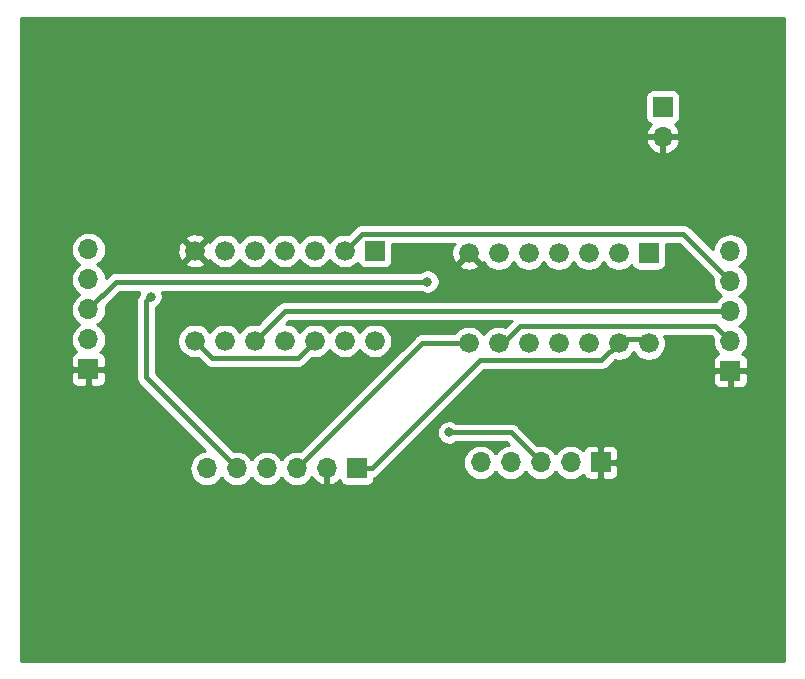
<source format=gbr>
G04 #@! TF.GenerationSoftware,KiCad,Pcbnew,(5.1.0)-1*
G04 #@! TF.CreationDate,2019-05-22T20:45:13-07:00*
G04 #@! TF.ProjectId,CC_Interconnect,43435f49-6e74-4657-9263-6f6e6e656374,rev?*
G04 #@! TF.SameCoordinates,Original*
G04 #@! TF.FileFunction,Copper,L2,Bot*
G04 #@! TF.FilePolarity,Positive*
%FSLAX46Y46*%
G04 Gerber Fmt 4.6, Leading zero omitted, Abs format (unit mm)*
G04 Created by KiCad (PCBNEW (5.1.0)-1) date 2019-05-22 20:45:13*
%MOMM*%
%LPD*%
G04 APERTURE LIST*
%ADD10R,1.676400X1.676400*%
%ADD11C,1.676400*%
%ADD12O,1.700000X1.700000*%
%ADD13R,1.700000X1.700000*%
%ADD14C,0.800000*%
%ADD15C,0.406400*%
%ADD16C,0.254000*%
G04 APERTURE END LIST*
D10*
X117030500Y-73787000D03*
D11*
X114490500Y-73787000D03*
X111950500Y-73787000D03*
X109410500Y-73787000D03*
X106870500Y-73787000D03*
X104330500Y-73787000D03*
X101790500Y-73787000D03*
X101790500Y-81407000D03*
X104330500Y-81407000D03*
X106870500Y-81407000D03*
X109410500Y-81407000D03*
X111950500Y-81407000D03*
X114490500Y-81407000D03*
X117030500Y-81407000D03*
X140208000Y-81597500D03*
X137668000Y-81597500D03*
X135128000Y-81597500D03*
X132588000Y-81597500D03*
X130048000Y-81597500D03*
X127508000Y-81597500D03*
X124968000Y-81597500D03*
X124968000Y-73977500D03*
X127508000Y-73977500D03*
X130048000Y-73977500D03*
X132588000Y-73977500D03*
X135128000Y-73977500D03*
X137668000Y-73977500D03*
D10*
X140208000Y-73977500D03*
D12*
X102806500Y-92202000D03*
X105346500Y-92202000D03*
X107886500Y-92202000D03*
X110426500Y-92202000D03*
X112966500Y-92202000D03*
D13*
X115506500Y-92202000D03*
X136144000Y-91694000D03*
D12*
X133604000Y-91694000D03*
X131064000Y-91694000D03*
X128524000Y-91694000D03*
X125984000Y-91694000D03*
D13*
X147129500Y-83947000D03*
D12*
X147129500Y-81407000D03*
X147129500Y-78867000D03*
X147129500Y-76327000D03*
X147129500Y-73787000D03*
X92773500Y-73660000D03*
X92773500Y-76200000D03*
X92773500Y-78740000D03*
X92773500Y-81280000D03*
D13*
X92773500Y-83820000D03*
X141414500Y-61595000D03*
D12*
X141414500Y-64135000D03*
D14*
X123317000Y-89154000D03*
X121475500Y-76390500D03*
X98044000Y-77660500D03*
D15*
X128524000Y-89154000D02*
X131064000Y-91694000D01*
X123317000Y-89154000D02*
X128524000Y-89154000D01*
X146279501Y-80557001D02*
X147129500Y-81407000D01*
X145872199Y-80149699D02*
X146279501Y-80557001D01*
X129353055Y-80149699D02*
X145872199Y-80149699D01*
X127905254Y-81597500D02*
X129353055Y-80149699D01*
X127508000Y-81597500D02*
X127905254Y-81597500D01*
X109410500Y-78867000D02*
X106870500Y-81407000D01*
X147129500Y-78867000D02*
X109410500Y-78867000D01*
X146279501Y-75477001D02*
X147129500Y-76327000D01*
X143141699Y-72339199D02*
X146279501Y-75477001D01*
X115938301Y-72339199D02*
X143141699Y-72339199D01*
X114490500Y-73787000D02*
X115938301Y-72339199D01*
X95123000Y-76390500D02*
X92773500Y-78740000D01*
X121475500Y-76390500D02*
X95123000Y-76390500D01*
X139700000Y-81280000D02*
X137160000Y-81280000D01*
X116762900Y-92202000D02*
X115506500Y-92202000D01*
X125919599Y-83045301D02*
X116762900Y-92202000D01*
X136220199Y-83045301D02*
X125919599Y-83045301D01*
X137668000Y-81597500D02*
X136220199Y-83045301D01*
X121031000Y-81597500D02*
X110426500Y-92202000D01*
X124968000Y-81597500D02*
X121031000Y-81597500D01*
X102628699Y-82245199D02*
X101790500Y-81407000D01*
X103238301Y-82854801D02*
X102628699Y-82245199D01*
X110502699Y-82854801D02*
X103238301Y-82854801D01*
X111950500Y-81407000D02*
X110502699Y-82854801D01*
X104496501Y-91352001D02*
X105346500Y-92202000D01*
X97644001Y-84499501D02*
X104496501Y-91352001D01*
X97644001Y-78060499D02*
X97644001Y-84499501D01*
X98044000Y-77660500D02*
X97644001Y-78060499D01*
D16*
G36*
X151715001Y-108535000D02*
G01*
X87045000Y-108535000D01*
X87045000Y-84670000D01*
X91285428Y-84670000D01*
X91297688Y-84794482D01*
X91333998Y-84914180D01*
X91392963Y-85024494D01*
X91472315Y-85121185D01*
X91569006Y-85200537D01*
X91679320Y-85259502D01*
X91799018Y-85295812D01*
X91923500Y-85308072D01*
X92487750Y-85305000D01*
X92646500Y-85146250D01*
X92646500Y-83947000D01*
X92900500Y-83947000D01*
X92900500Y-85146250D01*
X93059250Y-85305000D01*
X93623500Y-85308072D01*
X93747982Y-85295812D01*
X93867680Y-85259502D01*
X93977994Y-85200537D01*
X94074685Y-85121185D01*
X94154037Y-85024494D01*
X94213002Y-84914180D01*
X94249312Y-84794482D01*
X94261572Y-84670000D01*
X94258500Y-84105750D01*
X94099750Y-83947000D01*
X92900500Y-83947000D01*
X92646500Y-83947000D01*
X91447250Y-83947000D01*
X91288500Y-84105750D01*
X91285428Y-84670000D01*
X87045000Y-84670000D01*
X87045000Y-73660000D01*
X91281315Y-73660000D01*
X91309987Y-73951111D01*
X91394901Y-74231034D01*
X91532794Y-74489014D01*
X91718366Y-74715134D01*
X91944486Y-74900706D01*
X91999291Y-74930000D01*
X91944486Y-74959294D01*
X91718366Y-75144866D01*
X91532794Y-75370986D01*
X91394901Y-75628966D01*
X91309987Y-75908889D01*
X91281315Y-76200000D01*
X91309987Y-76491111D01*
X91394901Y-76771034D01*
X91532794Y-77029014D01*
X91718366Y-77255134D01*
X91944486Y-77440706D01*
X91999291Y-77470000D01*
X91944486Y-77499294D01*
X91718366Y-77684866D01*
X91532794Y-77910986D01*
X91394901Y-78168966D01*
X91309987Y-78448889D01*
X91281315Y-78740000D01*
X91309987Y-79031111D01*
X91394901Y-79311034D01*
X91532794Y-79569014D01*
X91718366Y-79795134D01*
X91944486Y-79980706D01*
X91999291Y-80010000D01*
X91944486Y-80039294D01*
X91718366Y-80224866D01*
X91532794Y-80450986D01*
X91394901Y-80708966D01*
X91309987Y-80988889D01*
X91281315Y-81280000D01*
X91309987Y-81571111D01*
X91394901Y-81851034D01*
X91532794Y-82109014D01*
X91718366Y-82335134D01*
X91748187Y-82359607D01*
X91679320Y-82380498D01*
X91569006Y-82439463D01*
X91472315Y-82518815D01*
X91392963Y-82615506D01*
X91333998Y-82725820D01*
X91297688Y-82845518D01*
X91285428Y-82970000D01*
X91288500Y-83534250D01*
X91447250Y-83693000D01*
X92646500Y-83693000D01*
X92646500Y-83673000D01*
X92900500Y-83673000D01*
X92900500Y-83693000D01*
X94099750Y-83693000D01*
X94258500Y-83534250D01*
X94261572Y-82970000D01*
X94249312Y-82845518D01*
X94213002Y-82725820D01*
X94154037Y-82615506D01*
X94074685Y-82518815D01*
X93977994Y-82439463D01*
X93867680Y-82380498D01*
X93798813Y-82359607D01*
X93828634Y-82335134D01*
X94014206Y-82109014D01*
X94152099Y-81851034D01*
X94237013Y-81571111D01*
X94265685Y-81280000D01*
X94237013Y-80988889D01*
X94152099Y-80708966D01*
X94014206Y-80450986D01*
X93828634Y-80224866D01*
X93602514Y-80039294D01*
X93547709Y-80010000D01*
X93602514Y-79980706D01*
X93828634Y-79795134D01*
X94014206Y-79569014D01*
X94152099Y-79311034D01*
X94237013Y-79031111D01*
X94265685Y-78740000D01*
X94238178Y-78460716D01*
X95470194Y-77228700D01*
X97102582Y-77228700D01*
X97048774Y-77358602D01*
X97020965Y-77498410D01*
X96943692Y-77592568D01*
X96865859Y-77738183D01*
X96817930Y-77896184D01*
X96805801Y-78019330D01*
X96805801Y-78019336D01*
X96801747Y-78060499D01*
X96805801Y-78101662D01*
X96805802Y-84458328D01*
X96801747Y-84499501D01*
X96817930Y-84663816D01*
X96865859Y-84821817D01*
X96943692Y-84967432D01*
X97004216Y-85041180D01*
X97048438Y-85095065D01*
X97080414Y-85121307D01*
X102681257Y-90722150D01*
X102515389Y-90738487D01*
X102235466Y-90823401D01*
X101977486Y-90961294D01*
X101751366Y-91146866D01*
X101565794Y-91372986D01*
X101427901Y-91630966D01*
X101342987Y-91910889D01*
X101314315Y-92202000D01*
X101342987Y-92493111D01*
X101427901Y-92773034D01*
X101565794Y-93031014D01*
X101751366Y-93257134D01*
X101977486Y-93442706D01*
X102235466Y-93580599D01*
X102515389Y-93665513D01*
X102733550Y-93687000D01*
X102879450Y-93687000D01*
X103097611Y-93665513D01*
X103377534Y-93580599D01*
X103635514Y-93442706D01*
X103861634Y-93257134D01*
X104047206Y-93031014D01*
X104076500Y-92976209D01*
X104105794Y-93031014D01*
X104291366Y-93257134D01*
X104517486Y-93442706D01*
X104775466Y-93580599D01*
X105055389Y-93665513D01*
X105273550Y-93687000D01*
X105419450Y-93687000D01*
X105637611Y-93665513D01*
X105917534Y-93580599D01*
X106175514Y-93442706D01*
X106401634Y-93257134D01*
X106587206Y-93031014D01*
X106616500Y-92976209D01*
X106645794Y-93031014D01*
X106831366Y-93257134D01*
X107057486Y-93442706D01*
X107315466Y-93580599D01*
X107595389Y-93665513D01*
X107813550Y-93687000D01*
X107959450Y-93687000D01*
X108177611Y-93665513D01*
X108457534Y-93580599D01*
X108715514Y-93442706D01*
X108941634Y-93257134D01*
X109127206Y-93031014D01*
X109156500Y-92976209D01*
X109185794Y-93031014D01*
X109371366Y-93257134D01*
X109597486Y-93442706D01*
X109855466Y-93580599D01*
X110135389Y-93665513D01*
X110353550Y-93687000D01*
X110499450Y-93687000D01*
X110717611Y-93665513D01*
X110997534Y-93580599D01*
X111255514Y-93442706D01*
X111481634Y-93257134D01*
X111667206Y-93031014D01*
X111701701Y-92966477D01*
X111771322Y-93083355D01*
X111966231Y-93299588D01*
X112199580Y-93473641D01*
X112462401Y-93598825D01*
X112609610Y-93643476D01*
X112839500Y-93522155D01*
X112839500Y-92329000D01*
X112819500Y-92329000D01*
X112819500Y-92075000D01*
X112839500Y-92075000D01*
X112839500Y-92055000D01*
X113093500Y-92055000D01*
X113093500Y-92075000D01*
X113113500Y-92075000D01*
X113113500Y-92329000D01*
X113093500Y-92329000D01*
X113093500Y-93522155D01*
X113323390Y-93643476D01*
X113470599Y-93598825D01*
X113733420Y-93473641D01*
X113966769Y-93299588D01*
X114042534Y-93215534D01*
X114066998Y-93296180D01*
X114125963Y-93406494D01*
X114205315Y-93503185D01*
X114302006Y-93582537D01*
X114412320Y-93641502D01*
X114532018Y-93677812D01*
X114656500Y-93690072D01*
X116356500Y-93690072D01*
X116480982Y-93677812D01*
X116600680Y-93641502D01*
X116710994Y-93582537D01*
X116807685Y-93503185D01*
X116887037Y-93406494D01*
X116946002Y-93296180D01*
X116982312Y-93176482D01*
X116994572Y-93052000D01*
X116994572Y-93007639D01*
X117085217Y-92980142D01*
X117230832Y-92902309D01*
X117358464Y-92797564D01*
X117384711Y-92765582D01*
X121098232Y-89052061D01*
X122282000Y-89052061D01*
X122282000Y-89255939D01*
X122321774Y-89455898D01*
X122399795Y-89644256D01*
X122513063Y-89813774D01*
X122657226Y-89957937D01*
X122826744Y-90071205D01*
X123015102Y-90149226D01*
X123215061Y-90189000D01*
X123418939Y-90189000D01*
X123618898Y-90149226D01*
X123807256Y-90071205D01*
X123925496Y-89992200D01*
X128176807Y-89992200D01*
X128398757Y-90214150D01*
X128232889Y-90230487D01*
X127952966Y-90315401D01*
X127694986Y-90453294D01*
X127468866Y-90638866D01*
X127283294Y-90864986D01*
X127254000Y-90919791D01*
X127224706Y-90864986D01*
X127039134Y-90638866D01*
X126813014Y-90453294D01*
X126555034Y-90315401D01*
X126275111Y-90230487D01*
X126056950Y-90209000D01*
X125911050Y-90209000D01*
X125692889Y-90230487D01*
X125412966Y-90315401D01*
X125154986Y-90453294D01*
X124928866Y-90638866D01*
X124743294Y-90864986D01*
X124605401Y-91122966D01*
X124520487Y-91402889D01*
X124491815Y-91694000D01*
X124520487Y-91985111D01*
X124605401Y-92265034D01*
X124743294Y-92523014D01*
X124928866Y-92749134D01*
X125154986Y-92934706D01*
X125412966Y-93072599D01*
X125692889Y-93157513D01*
X125911050Y-93179000D01*
X126056950Y-93179000D01*
X126275111Y-93157513D01*
X126555034Y-93072599D01*
X126813014Y-92934706D01*
X127039134Y-92749134D01*
X127224706Y-92523014D01*
X127254000Y-92468209D01*
X127283294Y-92523014D01*
X127468866Y-92749134D01*
X127694986Y-92934706D01*
X127952966Y-93072599D01*
X128232889Y-93157513D01*
X128451050Y-93179000D01*
X128596950Y-93179000D01*
X128815111Y-93157513D01*
X129095034Y-93072599D01*
X129353014Y-92934706D01*
X129579134Y-92749134D01*
X129764706Y-92523014D01*
X129794000Y-92468209D01*
X129823294Y-92523014D01*
X130008866Y-92749134D01*
X130234986Y-92934706D01*
X130492966Y-93072599D01*
X130772889Y-93157513D01*
X130991050Y-93179000D01*
X131136950Y-93179000D01*
X131355111Y-93157513D01*
X131635034Y-93072599D01*
X131893014Y-92934706D01*
X132119134Y-92749134D01*
X132304706Y-92523014D01*
X132334000Y-92468209D01*
X132363294Y-92523014D01*
X132548866Y-92749134D01*
X132774986Y-92934706D01*
X133032966Y-93072599D01*
X133312889Y-93157513D01*
X133531050Y-93179000D01*
X133676950Y-93179000D01*
X133895111Y-93157513D01*
X134175034Y-93072599D01*
X134433014Y-92934706D01*
X134659134Y-92749134D01*
X134683607Y-92719313D01*
X134704498Y-92788180D01*
X134763463Y-92898494D01*
X134842815Y-92995185D01*
X134939506Y-93074537D01*
X135049820Y-93133502D01*
X135169518Y-93169812D01*
X135294000Y-93182072D01*
X135858250Y-93179000D01*
X136017000Y-93020250D01*
X136017000Y-91821000D01*
X136271000Y-91821000D01*
X136271000Y-93020250D01*
X136429750Y-93179000D01*
X136994000Y-93182072D01*
X137118482Y-93169812D01*
X137238180Y-93133502D01*
X137348494Y-93074537D01*
X137445185Y-92995185D01*
X137524537Y-92898494D01*
X137583502Y-92788180D01*
X137619812Y-92668482D01*
X137632072Y-92544000D01*
X137629000Y-91979750D01*
X137470250Y-91821000D01*
X136271000Y-91821000D01*
X136017000Y-91821000D01*
X135997000Y-91821000D01*
X135997000Y-91567000D01*
X136017000Y-91567000D01*
X136017000Y-90367750D01*
X136271000Y-90367750D01*
X136271000Y-91567000D01*
X137470250Y-91567000D01*
X137629000Y-91408250D01*
X137632072Y-90844000D01*
X137619812Y-90719518D01*
X137583502Y-90599820D01*
X137524537Y-90489506D01*
X137445185Y-90392815D01*
X137348494Y-90313463D01*
X137238180Y-90254498D01*
X137118482Y-90218188D01*
X136994000Y-90205928D01*
X136429750Y-90209000D01*
X136271000Y-90367750D01*
X136017000Y-90367750D01*
X135858250Y-90209000D01*
X135294000Y-90205928D01*
X135169518Y-90218188D01*
X135049820Y-90254498D01*
X134939506Y-90313463D01*
X134842815Y-90392815D01*
X134763463Y-90489506D01*
X134704498Y-90599820D01*
X134683607Y-90668687D01*
X134659134Y-90638866D01*
X134433014Y-90453294D01*
X134175034Y-90315401D01*
X133895111Y-90230487D01*
X133676950Y-90209000D01*
X133531050Y-90209000D01*
X133312889Y-90230487D01*
X133032966Y-90315401D01*
X132774986Y-90453294D01*
X132548866Y-90638866D01*
X132363294Y-90864986D01*
X132334000Y-90919791D01*
X132304706Y-90864986D01*
X132119134Y-90638866D01*
X131893014Y-90453294D01*
X131635034Y-90315401D01*
X131355111Y-90230487D01*
X131136950Y-90209000D01*
X130991050Y-90209000D01*
X130784716Y-90229322D01*
X129145811Y-88590418D01*
X129119564Y-88558436D01*
X128991932Y-88453691D01*
X128846317Y-88375858D01*
X128688316Y-88327929D01*
X128565170Y-88315800D01*
X128565163Y-88315800D01*
X128524000Y-88311746D01*
X128482837Y-88315800D01*
X123925496Y-88315800D01*
X123807256Y-88236795D01*
X123618898Y-88158774D01*
X123418939Y-88119000D01*
X123215061Y-88119000D01*
X123015102Y-88158774D01*
X122826744Y-88236795D01*
X122657226Y-88350063D01*
X122513063Y-88494226D01*
X122399795Y-88663744D01*
X122321774Y-88852102D01*
X122282000Y-89052061D01*
X121098232Y-89052061D01*
X125353293Y-84797000D01*
X145641428Y-84797000D01*
X145653688Y-84921482D01*
X145689998Y-85041180D01*
X145748963Y-85151494D01*
X145828315Y-85248185D01*
X145925006Y-85327537D01*
X146035320Y-85386502D01*
X146155018Y-85422812D01*
X146279500Y-85435072D01*
X146843750Y-85432000D01*
X147002500Y-85273250D01*
X147002500Y-84074000D01*
X147256500Y-84074000D01*
X147256500Y-85273250D01*
X147415250Y-85432000D01*
X147979500Y-85435072D01*
X148103982Y-85422812D01*
X148223680Y-85386502D01*
X148333994Y-85327537D01*
X148430685Y-85248185D01*
X148510037Y-85151494D01*
X148569002Y-85041180D01*
X148605312Y-84921482D01*
X148617572Y-84797000D01*
X148614500Y-84232750D01*
X148455750Y-84074000D01*
X147256500Y-84074000D01*
X147002500Y-84074000D01*
X145803250Y-84074000D01*
X145644500Y-84232750D01*
X145641428Y-84797000D01*
X125353293Y-84797000D01*
X126266793Y-83883501D01*
X136179036Y-83883501D01*
X136220199Y-83887555D01*
X136261362Y-83883501D01*
X136261369Y-83883501D01*
X136384515Y-83871372D01*
X136542516Y-83823443D01*
X136688131Y-83745610D01*
X136815763Y-83640865D01*
X136842010Y-83608883D01*
X137403870Y-83047023D01*
X137522902Y-83070700D01*
X137813098Y-83070700D01*
X138097717Y-83014086D01*
X138365822Y-82903033D01*
X138607110Y-82741809D01*
X138812309Y-82536610D01*
X138938000Y-82348501D01*
X139063691Y-82536610D01*
X139268890Y-82741809D01*
X139510178Y-82903033D01*
X139778283Y-83014086D01*
X140062902Y-83070700D01*
X140353098Y-83070700D01*
X140637717Y-83014086D01*
X140905822Y-82903033D01*
X141147110Y-82741809D01*
X141352309Y-82536610D01*
X141513533Y-82295322D01*
X141624586Y-82027217D01*
X141681200Y-81742598D01*
X141681200Y-81452402D01*
X141624586Y-81167783D01*
X141550075Y-80987899D01*
X145525006Y-80987899D01*
X145664822Y-81127715D01*
X145637315Y-81407000D01*
X145665987Y-81698111D01*
X145750901Y-81978034D01*
X145888794Y-82236014D01*
X146074366Y-82462134D01*
X146104187Y-82486607D01*
X146035320Y-82507498D01*
X145925006Y-82566463D01*
X145828315Y-82645815D01*
X145748963Y-82742506D01*
X145689998Y-82852820D01*
X145653688Y-82972518D01*
X145641428Y-83097000D01*
X145644500Y-83661250D01*
X145803250Y-83820000D01*
X147002500Y-83820000D01*
X147002500Y-83800000D01*
X147256500Y-83800000D01*
X147256500Y-83820000D01*
X148455750Y-83820000D01*
X148614500Y-83661250D01*
X148617572Y-83097000D01*
X148605312Y-82972518D01*
X148569002Y-82852820D01*
X148510037Y-82742506D01*
X148430685Y-82645815D01*
X148333994Y-82566463D01*
X148223680Y-82507498D01*
X148154813Y-82486607D01*
X148184634Y-82462134D01*
X148370206Y-82236014D01*
X148508099Y-81978034D01*
X148593013Y-81698111D01*
X148621685Y-81407000D01*
X148593013Y-81115889D01*
X148508099Y-80835966D01*
X148370206Y-80577986D01*
X148184634Y-80351866D01*
X147958514Y-80166294D01*
X147903709Y-80137000D01*
X147958514Y-80107706D01*
X148184634Y-79922134D01*
X148370206Y-79696014D01*
X148508099Y-79438034D01*
X148593013Y-79158111D01*
X148621685Y-78867000D01*
X148593013Y-78575889D01*
X148508099Y-78295966D01*
X148370206Y-78037986D01*
X148184634Y-77811866D01*
X147958514Y-77626294D01*
X147903709Y-77597000D01*
X147958514Y-77567706D01*
X148184634Y-77382134D01*
X148370206Y-77156014D01*
X148508099Y-76898034D01*
X148593013Y-76618111D01*
X148621685Y-76327000D01*
X148593013Y-76035889D01*
X148508099Y-75755966D01*
X148370206Y-75497986D01*
X148184634Y-75271866D01*
X147958514Y-75086294D01*
X147903709Y-75057000D01*
X147958514Y-75027706D01*
X148184634Y-74842134D01*
X148370206Y-74616014D01*
X148508099Y-74358034D01*
X148593013Y-74078111D01*
X148621685Y-73787000D01*
X148593013Y-73495889D01*
X148508099Y-73215966D01*
X148370206Y-72957986D01*
X148184634Y-72731866D01*
X147958514Y-72546294D01*
X147700534Y-72408401D01*
X147420611Y-72323487D01*
X147202450Y-72302000D01*
X147056550Y-72302000D01*
X146838389Y-72323487D01*
X146558466Y-72408401D01*
X146300486Y-72546294D01*
X146074366Y-72731866D01*
X145888794Y-72957986D01*
X145750901Y-73215966D01*
X145665987Y-73495889D01*
X145649650Y-73661757D01*
X143763510Y-71775617D01*
X143737263Y-71743635D01*
X143609631Y-71638890D01*
X143464016Y-71561057D01*
X143306015Y-71513128D01*
X143182869Y-71500999D01*
X143182862Y-71500999D01*
X143141699Y-71496945D01*
X143100536Y-71500999D01*
X115979464Y-71500999D01*
X115938301Y-71496945D01*
X115897138Y-71500999D01*
X115897131Y-71500999D01*
X115773985Y-71513128D01*
X115615984Y-71561057D01*
X115470369Y-71638890D01*
X115342737Y-71743635D01*
X115316495Y-71775612D01*
X114754630Y-72337477D01*
X114635598Y-72313800D01*
X114345402Y-72313800D01*
X114060783Y-72370414D01*
X113792678Y-72481467D01*
X113551390Y-72642691D01*
X113346191Y-72847890D01*
X113220500Y-73035999D01*
X113094809Y-72847890D01*
X112889610Y-72642691D01*
X112648322Y-72481467D01*
X112380217Y-72370414D01*
X112095598Y-72313800D01*
X111805402Y-72313800D01*
X111520783Y-72370414D01*
X111252678Y-72481467D01*
X111011390Y-72642691D01*
X110806191Y-72847890D01*
X110680500Y-73035999D01*
X110554809Y-72847890D01*
X110349610Y-72642691D01*
X110108322Y-72481467D01*
X109840217Y-72370414D01*
X109555598Y-72313800D01*
X109265402Y-72313800D01*
X108980783Y-72370414D01*
X108712678Y-72481467D01*
X108471390Y-72642691D01*
X108266191Y-72847890D01*
X108140500Y-73035999D01*
X108014809Y-72847890D01*
X107809610Y-72642691D01*
X107568322Y-72481467D01*
X107300217Y-72370414D01*
X107015598Y-72313800D01*
X106725402Y-72313800D01*
X106440783Y-72370414D01*
X106172678Y-72481467D01*
X105931390Y-72642691D01*
X105726191Y-72847890D01*
X105600500Y-73035999D01*
X105474809Y-72847890D01*
X105269610Y-72642691D01*
X105028322Y-72481467D01*
X104760217Y-72370414D01*
X104475598Y-72313800D01*
X104185402Y-72313800D01*
X103900783Y-72370414D01*
X103632678Y-72481467D01*
X103391390Y-72642691D01*
X103186191Y-72847890D01*
X103063211Y-73031943D01*
X103058344Y-73022838D01*
X102810475Y-72946630D01*
X101970105Y-73787000D01*
X102810475Y-74627370D01*
X103058344Y-74551162D01*
X103062899Y-74541592D01*
X103186191Y-74726110D01*
X103391390Y-74931309D01*
X103632678Y-75092533D01*
X103900783Y-75203586D01*
X104185402Y-75260200D01*
X104475598Y-75260200D01*
X104760217Y-75203586D01*
X105028322Y-75092533D01*
X105269610Y-74931309D01*
X105474809Y-74726110D01*
X105600500Y-74538001D01*
X105726191Y-74726110D01*
X105931390Y-74931309D01*
X106172678Y-75092533D01*
X106440783Y-75203586D01*
X106725402Y-75260200D01*
X107015598Y-75260200D01*
X107300217Y-75203586D01*
X107568322Y-75092533D01*
X107809610Y-74931309D01*
X108014809Y-74726110D01*
X108140500Y-74538001D01*
X108266191Y-74726110D01*
X108471390Y-74931309D01*
X108712678Y-75092533D01*
X108980783Y-75203586D01*
X109265402Y-75260200D01*
X109555598Y-75260200D01*
X109840217Y-75203586D01*
X110108322Y-75092533D01*
X110349610Y-74931309D01*
X110554809Y-74726110D01*
X110680500Y-74538001D01*
X110806191Y-74726110D01*
X111011390Y-74931309D01*
X111252678Y-75092533D01*
X111520783Y-75203586D01*
X111805402Y-75260200D01*
X112095598Y-75260200D01*
X112380217Y-75203586D01*
X112648322Y-75092533D01*
X112889610Y-74931309D01*
X113094809Y-74726110D01*
X113220500Y-74538001D01*
X113346191Y-74726110D01*
X113551390Y-74931309D01*
X113792678Y-75092533D01*
X114060783Y-75203586D01*
X114345402Y-75260200D01*
X114635598Y-75260200D01*
X114920217Y-75203586D01*
X115188322Y-75092533D01*
X115429610Y-74931309D01*
X115576903Y-74784016D01*
X115602798Y-74869380D01*
X115661763Y-74979694D01*
X115741115Y-75076385D01*
X115837806Y-75155737D01*
X115948120Y-75214702D01*
X116067818Y-75251012D01*
X116192300Y-75263272D01*
X117868700Y-75263272D01*
X117993182Y-75251012D01*
X118112880Y-75214702D01*
X118223194Y-75155737D01*
X118319885Y-75076385D01*
X118384644Y-74997475D01*
X124127630Y-74997475D01*
X124203838Y-75245344D01*
X124465865Y-75370063D01*
X124747189Y-75441268D01*
X125036999Y-75456219D01*
X125324157Y-75414345D01*
X125597628Y-75317254D01*
X125732162Y-75245344D01*
X125808370Y-74997475D01*
X124968000Y-74157105D01*
X124127630Y-74997475D01*
X118384644Y-74997475D01*
X118399237Y-74979694D01*
X118458202Y-74869380D01*
X118494512Y-74749682D01*
X118506772Y-74625200D01*
X118506772Y-73177399D01*
X123817049Y-73177399D01*
X123700156Y-73213338D01*
X123575437Y-73475365D01*
X123504232Y-73756689D01*
X123489281Y-74046499D01*
X123531155Y-74333657D01*
X123628246Y-74607128D01*
X123700156Y-74741662D01*
X123948025Y-74817870D01*
X124788395Y-73977500D01*
X124774253Y-73963358D01*
X124953858Y-73783753D01*
X124968000Y-73797895D01*
X124982143Y-73783753D01*
X125161748Y-73963358D01*
X125147605Y-73977500D01*
X125987975Y-74817870D01*
X126235844Y-74741662D01*
X126240399Y-74732092D01*
X126363691Y-74916610D01*
X126568890Y-75121809D01*
X126810178Y-75283033D01*
X127078283Y-75394086D01*
X127362902Y-75450700D01*
X127653098Y-75450700D01*
X127937717Y-75394086D01*
X128205822Y-75283033D01*
X128447110Y-75121809D01*
X128652309Y-74916610D01*
X128778000Y-74728501D01*
X128903691Y-74916610D01*
X129108890Y-75121809D01*
X129350178Y-75283033D01*
X129618283Y-75394086D01*
X129902902Y-75450700D01*
X130193098Y-75450700D01*
X130477717Y-75394086D01*
X130745822Y-75283033D01*
X130987110Y-75121809D01*
X131192309Y-74916610D01*
X131318000Y-74728501D01*
X131443691Y-74916610D01*
X131648890Y-75121809D01*
X131890178Y-75283033D01*
X132158283Y-75394086D01*
X132442902Y-75450700D01*
X132733098Y-75450700D01*
X133017717Y-75394086D01*
X133285822Y-75283033D01*
X133527110Y-75121809D01*
X133732309Y-74916610D01*
X133858000Y-74728501D01*
X133983691Y-74916610D01*
X134188890Y-75121809D01*
X134430178Y-75283033D01*
X134698283Y-75394086D01*
X134982902Y-75450700D01*
X135273098Y-75450700D01*
X135557717Y-75394086D01*
X135825822Y-75283033D01*
X136067110Y-75121809D01*
X136272309Y-74916610D01*
X136398000Y-74728501D01*
X136523691Y-74916610D01*
X136728890Y-75121809D01*
X136970178Y-75283033D01*
X137238283Y-75394086D01*
X137522902Y-75450700D01*
X137813098Y-75450700D01*
X138097717Y-75394086D01*
X138365822Y-75283033D01*
X138607110Y-75121809D01*
X138754403Y-74974516D01*
X138780298Y-75059880D01*
X138839263Y-75170194D01*
X138918615Y-75266885D01*
X139015306Y-75346237D01*
X139125620Y-75405202D01*
X139245318Y-75441512D01*
X139369800Y-75453772D01*
X141046200Y-75453772D01*
X141170682Y-75441512D01*
X141290380Y-75405202D01*
X141400694Y-75346237D01*
X141497385Y-75266885D01*
X141576737Y-75170194D01*
X141635702Y-75059880D01*
X141672012Y-74940182D01*
X141684272Y-74815700D01*
X141684272Y-73177399D01*
X142794506Y-73177399D01*
X145664822Y-76047716D01*
X145637315Y-76327000D01*
X145665987Y-76618111D01*
X145750901Y-76898034D01*
X145888794Y-77156014D01*
X146074366Y-77382134D01*
X146300486Y-77567706D01*
X146355291Y-77597000D01*
X146300486Y-77626294D01*
X146074366Y-77811866D01*
X145896333Y-78028800D01*
X109451659Y-78028800D01*
X109410499Y-78024746D01*
X109369339Y-78028800D01*
X109369330Y-78028800D01*
X109246184Y-78040929D01*
X109088183Y-78088858D01*
X108942568Y-78166691D01*
X108814936Y-78271436D01*
X108788694Y-78303412D01*
X107134630Y-79957477D01*
X107015598Y-79933800D01*
X106725402Y-79933800D01*
X106440783Y-79990414D01*
X106172678Y-80101467D01*
X105931390Y-80262691D01*
X105726191Y-80467890D01*
X105600500Y-80655999D01*
X105474809Y-80467890D01*
X105269610Y-80262691D01*
X105028322Y-80101467D01*
X104760217Y-79990414D01*
X104475598Y-79933800D01*
X104185402Y-79933800D01*
X103900783Y-79990414D01*
X103632678Y-80101467D01*
X103391390Y-80262691D01*
X103186191Y-80467890D01*
X103060500Y-80655999D01*
X102934809Y-80467890D01*
X102729610Y-80262691D01*
X102488322Y-80101467D01*
X102220217Y-79990414D01*
X101935598Y-79933800D01*
X101645402Y-79933800D01*
X101360783Y-79990414D01*
X101092678Y-80101467D01*
X100851390Y-80262691D01*
X100646191Y-80467890D01*
X100484967Y-80709178D01*
X100373914Y-80977283D01*
X100317300Y-81261902D01*
X100317300Y-81552098D01*
X100373914Y-81836717D01*
X100484967Y-82104822D01*
X100646191Y-82346110D01*
X100851390Y-82551309D01*
X101092678Y-82712533D01*
X101360783Y-82823586D01*
X101645402Y-82880200D01*
X101935598Y-82880200D01*
X102054629Y-82856523D01*
X102065113Y-82867007D01*
X102065118Y-82867011D01*
X102616494Y-83418388D01*
X102642737Y-83450365D01*
X102674713Y-83476607D01*
X102674715Y-83476609D01*
X102719342Y-83513233D01*
X102770369Y-83555110D01*
X102915984Y-83632943D01*
X103073985Y-83680872D01*
X103197131Y-83693001D01*
X103197140Y-83693001D01*
X103238300Y-83697055D01*
X103279460Y-83693001D01*
X110461536Y-83693001D01*
X110502699Y-83697055D01*
X110543862Y-83693001D01*
X110543869Y-83693001D01*
X110667015Y-83680872D01*
X110825016Y-83632943D01*
X110970631Y-83555110D01*
X111098263Y-83450365D01*
X111124510Y-83418383D01*
X111686370Y-82856523D01*
X111805402Y-82880200D01*
X112095598Y-82880200D01*
X112380217Y-82823586D01*
X112648322Y-82712533D01*
X112889610Y-82551309D01*
X113094809Y-82346110D01*
X113220500Y-82158001D01*
X113346191Y-82346110D01*
X113551390Y-82551309D01*
X113792678Y-82712533D01*
X114060783Y-82823586D01*
X114345402Y-82880200D01*
X114635598Y-82880200D01*
X114920217Y-82823586D01*
X115188322Y-82712533D01*
X115429610Y-82551309D01*
X115634809Y-82346110D01*
X115760500Y-82158001D01*
X115886191Y-82346110D01*
X116091390Y-82551309D01*
X116332678Y-82712533D01*
X116600783Y-82823586D01*
X116885402Y-82880200D01*
X117175598Y-82880200D01*
X117460217Y-82823586D01*
X117728322Y-82712533D01*
X117969610Y-82551309D01*
X118174809Y-82346110D01*
X118336033Y-82104822D01*
X118447086Y-81836717D01*
X118503700Y-81552098D01*
X118503700Y-81261902D01*
X118447086Y-80977283D01*
X118336033Y-80709178D01*
X118174809Y-80467890D01*
X117969610Y-80262691D01*
X117728322Y-80101467D01*
X117460217Y-79990414D01*
X117175598Y-79933800D01*
X116885402Y-79933800D01*
X116600783Y-79990414D01*
X116332678Y-80101467D01*
X116091390Y-80262691D01*
X115886191Y-80467890D01*
X115760500Y-80655999D01*
X115634809Y-80467890D01*
X115429610Y-80262691D01*
X115188322Y-80101467D01*
X114920217Y-79990414D01*
X114635598Y-79933800D01*
X114345402Y-79933800D01*
X114060783Y-79990414D01*
X113792678Y-80101467D01*
X113551390Y-80262691D01*
X113346191Y-80467890D01*
X113220500Y-80655999D01*
X113094809Y-80467890D01*
X112889610Y-80262691D01*
X112648322Y-80101467D01*
X112380217Y-79990414D01*
X112095598Y-79933800D01*
X111805402Y-79933800D01*
X111520783Y-79990414D01*
X111252678Y-80101467D01*
X111011390Y-80262691D01*
X110806191Y-80467890D01*
X110680500Y-80655999D01*
X110554809Y-80467890D01*
X110349610Y-80262691D01*
X110108322Y-80101467D01*
X109840217Y-79990414D01*
X109555598Y-79933800D01*
X109529094Y-79933800D01*
X109757694Y-79705200D01*
X128612160Y-79705200D01*
X128078240Y-80239121D01*
X127937717Y-80180914D01*
X127653098Y-80124300D01*
X127362902Y-80124300D01*
X127078283Y-80180914D01*
X126810178Y-80291967D01*
X126568890Y-80453191D01*
X126363691Y-80658390D01*
X126238000Y-80846499D01*
X126112309Y-80658390D01*
X125907110Y-80453191D01*
X125665822Y-80291967D01*
X125397717Y-80180914D01*
X125113098Y-80124300D01*
X124822902Y-80124300D01*
X124538283Y-80180914D01*
X124270178Y-80291967D01*
X124028890Y-80453191D01*
X123823691Y-80658390D01*
X123756265Y-80759300D01*
X121072163Y-80759300D01*
X121031000Y-80755246D01*
X120989837Y-80759300D01*
X120989830Y-80759300D01*
X120866684Y-80771429D01*
X120708683Y-80819358D01*
X120563068Y-80897191D01*
X120512040Y-80939069D01*
X120435436Y-81001936D01*
X120409194Y-81033912D01*
X110705785Y-90737322D01*
X110499450Y-90717000D01*
X110353550Y-90717000D01*
X110135389Y-90738487D01*
X109855466Y-90823401D01*
X109597486Y-90961294D01*
X109371366Y-91146866D01*
X109185794Y-91372986D01*
X109156500Y-91427791D01*
X109127206Y-91372986D01*
X108941634Y-91146866D01*
X108715514Y-90961294D01*
X108457534Y-90823401D01*
X108177611Y-90738487D01*
X107959450Y-90717000D01*
X107813550Y-90717000D01*
X107595389Y-90738487D01*
X107315466Y-90823401D01*
X107057486Y-90961294D01*
X106831366Y-91146866D01*
X106645794Y-91372986D01*
X106616500Y-91427791D01*
X106587206Y-91372986D01*
X106401634Y-91146866D01*
X106175514Y-90961294D01*
X105917534Y-90823401D01*
X105637611Y-90738487D01*
X105419450Y-90717000D01*
X105273550Y-90717000D01*
X105067216Y-90737322D01*
X98482201Y-84152308D01*
X98482201Y-78599267D01*
X98534256Y-78577705D01*
X98703774Y-78464437D01*
X98847937Y-78320274D01*
X98961205Y-78150756D01*
X99039226Y-77962398D01*
X99079000Y-77762439D01*
X99079000Y-77558561D01*
X99039226Y-77358602D01*
X98985418Y-77228700D01*
X120867004Y-77228700D01*
X120985244Y-77307705D01*
X121173602Y-77385726D01*
X121373561Y-77425500D01*
X121577439Y-77425500D01*
X121777398Y-77385726D01*
X121965756Y-77307705D01*
X122135274Y-77194437D01*
X122279437Y-77050274D01*
X122392705Y-76880756D01*
X122470726Y-76692398D01*
X122510500Y-76492439D01*
X122510500Y-76288561D01*
X122470726Y-76088602D01*
X122392705Y-75900244D01*
X122279437Y-75730726D01*
X122135274Y-75586563D01*
X121965756Y-75473295D01*
X121777398Y-75395274D01*
X121577439Y-75355500D01*
X121373561Y-75355500D01*
X121173602Y-75395274D01*
X120985244Y-75473295D01*
X120867004Y-75552300D01*
X95164163Y-75552300D01*
X95123000Y-75548246D01*
X95081837Y-75552300D01*
X95081830Y-75552300D01*
X94958684Y-75564429D01*
X94800683Y-75612358D01*
X94655068Y-75690191D01*
X94565846Y-75763414D01*
X94527436Y-75794936D01*
X94501194Y-75826912D01*
X94253350Y-76074757D01*
X94237013Y-75908889D01*
X94152099Y-75628966D01*
X94014206Y-75370986D01*
X93828634Y-75144866D01*
X93602514Y-74959294D01*
X93547709Y-74930000D01*
X93602514Y-74900706D01*
X93716725Y-74806975D01*
X100950130Y-74806975D01*
X101026338Y-75054844D01*
X101288365Y-75179563D01*
X101569689Y-75250768D01*
X101859499Y-75265719D01*
X102146657Y-75223845D01*
X102420128Y-75126754D01*
X102554662Y-75054844D01*
X102630870Y-74806975D01*
X101790500Y-73966605D01*
X100950130Y-74806975D01*
X93716725Y-74806975D01*
X93828634Y-74715134D01*
X94014206Y-74489014D01*
X94152099Y-74231034D01*
X94237013Y-73951111D01*
X94246380Y-73855999D01*
X100311781Y-73855999D01*
X100353655Y-74143157D01*
X100450746Y-74416628D01*
X100522656Y-74551162D01*
X100770525Y-74627370D01*
X101610895Y-73787000D01*
X100770525Y-72946630D01*
X100522656Y-73022838D01*
X100397937Y-73284865D01*
X100326732Y-73566189D01*
X100311781Y-73855999D01*
X94246380Y-73855999D01*
X94265685Y-73660000D01*
X94237013Y-73368889D01*
X94152099Y-73088966D01*
X94014206Y-72830986D01*
X93961715Y-72767025D01*
X100950130Y-72767025D01*
X101790500Y-73607395D01*
X102630870Y-72767025D01*
X102554662Y-72519156D01*
X102292635Y-72394437D01*
X102011311Y-72323232D01*
X101721501Y-72308281D01*
X101434343Y-72350155D01*
X101160872Y-72447246D01*
X101026338Y-72519156D01*
X100950130Y-72767025D01*
X93961715Y-72767025D01*
X93828634Y-72604866D01*
X93602514Y-72419294D01*
X93344534Y-72281401D01*
X93064611Y-72196487D01*
X92846450Y-72175000D01*
X92700550Y-72175000D01*
X92482389Y-72196487D01*
X92202466Y-72281401D01*
X91944486Y-72419294D01*
X91718366Y-72604866D01*
X91532794Y-72830986D01*
X91394901Y-73088966D01*
X91309987Y-73368889D01*
X91281315Y-73660000D01*
X87045000Y-73660000D01*
X87045000Y-64491890D01*
X139973024Y-64491890D01*
X140017675Y-64639099D01*
X140142859Y-64901920D01*
X140316912Y-65135269D01*
X140533145Y-65330178D01*
X140783248Y-65479157D01*
X141057609Y-65576481D01*
X141287500Y-65455814D01*
X141287500Y-64262000D01*
X141541500Y-64262000D01*
X141541500Y-65455814D01*
X141771391Y-65576481D01*
X142045752Y-65479157D01*
X142295855Y-65330178D01*
X142512088Y-65135269D01*
X142686141Y-64901920D01*
X142811325Y-64639099D01*
X142855976Y-64491890D01*
X142734655Y-64262000D01*
X141541500Y-64262000D01*
X141287500Y-64262000D01*
X140094345Y-64262000D01*
X139973024Y-64491890D01*
X87045000Y-64491890D01*
X87045000Y-60745000D01*
X139926428Y-60745000D01*
X139926428Y-62445000D01*
X139938688Y-62569482D01*
X139974998Y-62689180D01*
X140033963Y-62799494D01*
X140113315Y-62896185D01*
X140210006Y-62975537D01*
X140320320Y-63034502D01*
X140400966Y-63058966D01*
X140316912Y-63134731D01*
X140142859Y-63368080D01*
X140017675Y-63630901D01*
X139973024Y-63778110D01*
X140094345Y-64008000D01*
X141287500Y-64008000D01*
X141287500Y-63988000D01*
X141541500Y-63988000D01*
X141541500Y-64008000D01*
X142734655Y-64008000D01*
X142855976Y-63778110D01*
X142811325Y-63630901D01*
X142686141Y-63368080D01*
X142512088Y-63134731D01*
X142428034Y-63058966D01*
X142508680Y-63034502D01*
X142618994Y-62975537D01*
X142715685Y-62896185D01*
X142795037Y-62799494D01*
X142854002Y-62689180D01*
X142890312Y-62569482D01*
X142902572Y-62445000D01*
X142902572Y-60745000D01*
X142890312Y-60620518D01*
X142854002Y-60500820D01*
X142795037Y-60390506D01*
X142715685Y-60293815D01*
X142618994Y-60214463D01*
X142508680Y-60155498D01*
X142388982Y-60119188D01*
X142264500Y-60106928D01*
X140564500Y-60106928D01*
X140440018Y-60119188D01*
X140320320Y-60155498D01*
X140210006Y-60214463D01*
X140113315Y-60293815D01*
X140033963Y-60390506D01*
X139974998Y-60500820D01*
X139938688Y-60620518D01*
X139926428Y-60745000D01*
X87045000Y-60745000D01*
X87045000Y-54025000D01*
X151715000Y-54025000D01*
X151715001Y-108535000D01*
X151715001Y-108535000D01*
G37*
X151715001Y-108535000D02*
X87045000Y-108535000D01*
X87045000Y-84670000D01*
X91285428Y-84670000D01*
X91297688Y-84794482D01*
X91333998Y-84914180D01*
X91392963Y-85024494D01*
X91472315Y-85121185D01*
X91569006Y-85200537D01*
X91679320Y-85259502D01*
X91799018Y-85295812D01*
X91923500Y-85308072D01*
X92487750Y-85305000D01*
X92646500Y-85146250D01*
X92646500Y-83947000D01*
X92900500Y-83947000D01*
X92900500Y-85146250D01*
X93059250Y-85305000D01*
X93623500Y-85308072D01*
X93747982Y-85295812D01*
X93867680Y-85259502D01*
X93977994Y-85200537D01*
X94074685Y-85121185D01*
X94154037Y-85024494D01*
X94213002Y-84914180D01*
X94249312Y-84794482D01*
X94261572Y-84670000D01*
X94258500Y-84105750D01*
X94099750Y-83947000D01*
X92900500Y-83947000D01*
X92646500Y-83947000D01*
X91447250Y-83947000D01*
X91288500Y-84105750D01*
X91285428Y-84670000D01*
X87045000Y-84670000D01*
X87045000Y-73660000D01*
X91281315Y-73660000D01*
X91309987Y-73951111D01*
X91394901Y-74231034D01*
X91532794Y-74489014D01*
X91718366Y-74715134D01*
X91944486Y-74900706D01*
X91999291Y-74930000D01*
X91944486Y-74959294D01*
X91718366Y-75144866D01*
X91532794Y-75370986D01*
X91394901Y-75628966D01*
X91309987Y-75908889D01*
X91281315Y-76200000D01*
X91309987Y-76491111D01*
X91394901Y-76771034D01*
X91532794Y-77029014D01*
X91718366Y-77255134D01*
X91944486Y-77440706D01*
X91999291Y-77470000D01*
X91944486Y-77499294D01*
X91718366Y-77684866D01*
X91532794Y-77910986D01*
X91394901Y-78168966D01*
X91309987Y-78448889D01*
X91281315Y-78740000D01*
X91309987Y-79031111D01*
X91394901Y-79311034D01*
X91532794Y-79569014D01*
X91718366Y-79795134D01*
X91944486Y-79980706D01*
X91999291Y-80010000D01*
X91944486Y-80039294D01*
X91718366Y-80224866D01*
X91532794Y-80450986D01*
X91394901Y-80708966D01*
X91309987Y-80988889D01*
X91281315Y-81280000D01*
X91309987Y-81571111D01*
X91394901Y-81851034D01*
X91532794Y-82109014D01*
X91718366Y-82335134D01*
X91748187Y-82359607D01*
X91679320Y-82380498D01*
X91569006Y-82439463D01*
X91472315Y-82518815D01*
X91392963Y-82615506D01*
X91333998Y-82725820D01*
X91297688Y-82845518D01*
X91285428Y-82970000D01*
X91288500Y-83534250D01*
X91447250Y-83693000D01*
X92646500Y-83693000D01*
X92646500Y-83673000D01*
X92900500Y-83673000D01*
X92900500Y-83693000D01*
X94099750Y-83693000D01*
X94258500Y-83534250D01*
X94261572Y-82970000D01*
X94249312Y-82845518D01*
X94213002Y-82725820D01*
X94154037Y-82615506D01*
X94074685Y-82518815D01*
X93977994Y-82439463D01*
X93867680Y-82380498D01*
X93798813Y-82359607D01*
X93828634Y-82335134D01*
X94014206Y-82109014D01*
X94152099Y-81851034D01*
X94237013Y-81571111D01*
X94265685Y-81280000D01*
X94237013Y-80988889D01*
X94152099Y-80708966D01*
X94014206Y-80450986D01*
X93828634Y-80224866D01*
X93602514Y-80039294D01*
X93547709Y-80010000D01*
X93602514Y-79980706D01*
X93828634Y-79795134D01*
X94014206Y-79569014D01*
X94152099Y-79311034D01*
X94237013Y-79031111D01*
X94265685Y-78740000D01*
X94238178Y-78460716D01*
X95470194Y-77228700D01*
X97102582Y-77228700D01*
X97048774Y-77358602D01*
X97020965Y-77498410D01*
X96943692Y-77592568D01*
X96865859Y-77738183D01*
X96817930Y-77896184D01*
X96805801Y-78019330D01*
X96805801Y-78019336D01*
X96801747Y-78060499D01*
X96805801Y-78101662D01*
X96805802Y-84458328D01*
X96801747Y-84499501D01*
X96817930Y-84663816D01*
X96865859Y-84821817D01*
X96943692Y-84967432D01*
X97004216Y-85041180D01*
X97048438Y-85095065D01*
X97080414Y-85121307D01*
X102681257Y-90722150D01*
X102515389Y-90738487D01*
X102235466Y-90823401D01*
X101977486Y-90961294D01*
X101751366Y-91146866D01*
X101565794Y-91372986D01*
X101427901Y-91630966D01*
X101342987Y-91910889D01*
X101314315Y-92202000D01*
X101342987Y-92493111D01*
X101427901Y-92773034D01*
X101565794Y-93031014D01*
X101751366Y-93257134D01*
X101977486Y-93442706D01*
X102235466Y-93580599D01*
X102515389Y-93665513D01*
X102733550Y-93687000D01*
X102879450Y-93687000D01*
X103097611Y-93665513D01*
X103377534Y-93580599D01*
X103635514Y-93442706D01*
X103861634Y-93257134D01*
X104047206Y-93031014D01*
X104076500Y-92976209D01*
X104105794Y-93031014D01*
X104291366Y-93257134D01*
X104517486Y-93442706D01*
X104775466Y-93580599D01*
X105055389Y-93665513D01*
X105273550Y-93687000D01*
X105419450Y-93687000D01*
X105637611Y-93665513D01*
X105917534Y-93580599D01*
X106175514Y-93442706D01*
X106401634Y-93257134D01*
X106587206Y-93031014D01*
X106616500Y-92976209D01*
X106645794Y-93031014D01*
X106831366Y-93257134D01*
X107057486Y-93442706D01*
X107315466Y-93580599D01*
X107595389Y-93665513D01*
X107813550Y-93687000D01*
X107959450Y-93687000D01*
X108177611Y-93665513D01*
X108457534Y-93580599D01*
X108715514Y-93442706D01*
X108941634Y-93257134D01*
X109127206Y-93031014D01*
X109156500Y-92976209D01*
X109185794Y-93031014D01*
X109371366Y-93257134D01*
X109597486Y-93442706D01*
X109855466Y-93580599D01*
X110135389Y-93665513D01*
X110353550Y-93687000D01*
X110499450Y-93687000D01*
X110717611Y-93665513D01*
X110997534Y-93580599D01*
X111255514Y-93442706D01*
X111481634Y-93257134D01*
X111667206Y-93031014D01*
X111701701Y-92966477D01*
X111771322Y-93083355D01*
X111966231Y-93299588D01*
X112199580Y-93473641D01*
X112462401Y-93598825D01*
X112609610Y-93643476D01*
X112839500Y-93522155D01*
X112839500Y-92329000D01*
X112819500Y-92329000D01*
X112819500Y-92075000D01*
X112839500Y-92075000D01*
X112839500Y-92055000D01*
X113093500Y-92055000D01*
X113093500Y-92075000D01*
X113113500Y-92075000D01*
X113113500Y-92329000D01*
X113093500Y-92329000D01*
X113093500Y-93522155D01*
X113323390Y-93643476D01*
X113470599Y-93598825D01*
X113733420Y-93473641D01*
X113966769Y-93299588D01*
X114042534Y-93215534D01*
X114066998Y-93296180D01*
X114125963Y-93406494D01*
X114205315Y-93503185D01*
X114302006Y-93582537D01*
X114412320Y-93641502D01*
X114532018Y-93677812D01*
X114656500Y-93690072D01*
X116356500Y-93690072D01*
X116480982Y-93677812D01*
X116600680Y-93641502D01*
X116710994Y-93582537D01*
X116807685Y-93503185D01*
X116887037Y-93406494D01*
X116946002Y-93296180D01*
X116982312Y-93176482D01*
X116994572Y-93052000D01*
X116994572Y-93007639D01*
X117085217Y-92980142D01*
X117230832Y-92902309D01*
X117358464Y-92797564D01*
X117384711Y-92765582D01*
X121098232Y-89052061D01*
X122282000Y-89052061D01*
X122282000Y-89255939D01*
X122321774Y-89455898D01*
X122399795Y-89644256D01*
X122513063Y-89813774D01*
X122657226Y-89957937D01*
X122826744Y-90071205D01*
X123015102Y-90149226D01*
X123215061Y-90189000D01*
X123418939Y-90189000D01*
X123618898Y-90149226D01*
X123807256Y-90071205D01*
X123925496Y-89992200D01*
X128176807Y-89992200D01*
X128398757Y-90214150D01*
X128232889Y-90230487D01*
X127952966Y-90315401D01*
X127694986Y-90453294D01*
X127468866Y-90638866D01*
X127283294Y-90864986D01*
X127254000Y-90919791D01*
X127224706Y-90864986D01*
X127039134Y-90638866D01*
X126813014Y-90453294D01*
X126555034Y-90315401D01*
X126275111Y-90230487D01*
X126056950Y-90209000D01*
X125911050Y-90209000D01*
X125692889Y-90230487D01*
X125412966Y-90315401D01*
X125154986Y-90453294D01*
X124928866Y-90638866D01*
X124743294Y-90864986D01*
X124605401Y-91122966D01*
X124520487Y-91402889D01*
X124491815Y-91694000D01*
X124520487Y-91985111D01*
X124605401Y-92265034D01*
X124743294Y-92523014D01*
X124928866Y-92749134D01*
X125154986Y-92934706D01*
X125412966Y-93072599D01*
X125692889Y-93157513D01*
X125911050Y-93179000D01*
X126056950Y-93179000D01*
X126275111Y-93157513D01*
X126555034Y-93072599D01*
X126813014Y-92934706D01*
X127039134Y-92749134D01*
X127224706Y-92523014D01*
X127254000Y-92468209D01*
X127283294Y-92523014D01*
X127468866Y-92749134D01*
X127694986Y-92934706D01*
X127952966Y-93072599D01*
X128232889Y-93157513D01*
X128451050Y-93179000D01*
X128596950Y-93179000D01*
X128815111Y-93157513D01*
X129095034Y-93072599D01*
X129353014Y-92934706D01*
X129579134Y-92749134D01*
X129764706Y-92523014D01*
X129794000Y-92468209D01*
X129823294Y-92523014D01*
X130008866Y-92749134D01*
X130234986Y-92934706D01*
X130492966Y-93072599D01*
X130772889Y-93157513D01*
X130991050Y-93179000D01*
X131136950Y-93179000D01*
X131355111Y-93157513D01*
X131635034Y-93072599D01*
X131893014Y-92934706D01*
X132119134Y-92749134D01*
X132304706Y-92523014D01*
X132334000Y-92468209D01*
X132363294Y-92523014D01*
X132548866Y-92749134D01*
X132774986Y-92934706D01*
X133032966Y-93072599D01*
X133312889Y-93157513D01*
X133531050Y-93179000D01*
X133676950Y-93179000D01*
X133895111Y-93157513D01*
X134175034Y-93072599D01*
X134433014Y-92934706D01*
X134659134Y-92749134D01*
X134683607Y-92719313D01*
X134704498Y-92788180D01*
X134763463Y-92898494D01*
X134842815Y-92995185D01*
X134939506Y-93074537D01*
X135049820Y-93133502D01*
X135169518Y-93169812D01*
X135294000Y-93182072D01*
X135858250Y-93179000D01*
X136017000Y-93020250D01*
X136017000Y-91821000D01*
X136271000Y-91821000D01*
X136271000Y-93020250D01*
X136429750Y-93179000D01*
X136994000Y-93182072D01*
X137118482Y-93169812D01*
X137238180Y-93133502D01*
X137348494Y-93074537D01*
X137445185Y-92995185D01*
X137524537Y-92898494D01*
X137583502Y-92788180D01*
X137619812Y-92668482D01*
X137632072Y-92544000D01*
X137629000Y-91979750D01*
X137470250Y-91821000D01*
X136271000Y-91821000D01*
X136017000Y-91821000D01*
X135997000Y-91821000D01*
X135997000Y-91567000D01*
X136017000Y-91567000D01*
X136017000Y-90367750D01*
X136271000Y-90367750D01*
X136271000Y-91567000D01*
X137470250Y-91567000D01*
X137629000Y-91408250D01*
X137632072Y-90844000D01*
X137619812Y-90719518D01*
X137583502Y-90599820D01*
X137524537Y-90489506D01*
X137445185Y-90392815D01*
X137348494Y-90313463D01*
X137238180Y-90254498D01*
X137118482Y-90218188D01*
X136994000Y-90205928D01*
X136429750Y-90209000D01*
X136271000Y-90367750D01*
X136017000Y-90367750D01*
X135858250Y-90209000D01*
X135294000Y-90205928D01*
X135169518Y-90218188D01*
X135049820Y-90254498D01*
X134939506Y-90313463D01*
X134842815Y-90392815D01*
X134763463Y-90489506D01*
X134704498Y-90599820D01*
X134683607Y-90668687D01*
X134659134Y-90638866D01*
X134433014Y-90453294D01*
X134175034Y-90315401D01*
X133895111Y-90230487D01*
X133676950Y-90209000D01*
X133531050Y-90209000D01*
X133312889Y-90230487D01*
X133032966Y-90315401D01*
X132774986Y-90453294D01*
X132548866Y-90638866D01*
X132363294Y-90864986D01*
X132334000Y-90919791D01*
X132304706Y-90864986D01*
X132119134Y-90638866D01*
X131893014Y-90453294D01*
X131635034Y-90315401D01*
X131355111Y-90230487D01*
X131136950Y-90209000D01*
X130991050Y-90209000D01*
X130784716Y-90229322D01*
X129145811Y-88590418D01*
X129119564Y-88558436D01*
X128991932Y-88453691D01*
X128846317Y-88375858D01*
X128688316Y-88327929D01*
X128565170Y-88315800D01*
X128565163Y-88315800D01*
X128524000Y-88311746D01*
X128482837Y-88315800D01*
X123925496Y-88315800D01*
X123807256Y-88236795D01*
X123618898Y-88158774D01*
X123418939Y-88119000D01*
X123215061Y-88119000D01*
X123015102Y-88158774D01*
X122826744Y-88236795D01*
X122657226Y-88350063D01*
X122513063Y-88494226D01*
X122399795Y-88663744D01*
X122321774Y-88852102D01*
X122282000Y-89052061D01*
X121098232Y-89052061D01*
X125353293Y-84797000D01*
X145641428Y-84797000D01*
X145653688Y-84921482D01*
X145689998Y-85041180D01*
X145748963Y-85151494D01*
X145828315Y-85248185D01*
X145925006Y-85327537D01*
X146035320Y-85386502D01*
X146155018Y-85422812D01*
X146279500Y-85435072D01*
X146843750Y-85432000D01*
X147002500Y-85273250D01*
X147002500Y-84074000D01*
X147256500Y-84074000D01*
X147256500Y-85273250D01*
X147415250Y-85432000D01*
X147979500Y-85435072D01*
X148103982Y-85422812D01*
X148223680Y-85386502D01*
X148333994Y-85327537D01*
X148430685Y-85248185D01*
X148510037Y-85151494D01*
X148569002Y-85041180D01*
X148605312Y-84921482D01*
X148617572Y-84797000D01*
X148614500Y-84232750D01*
X148455750Y-84074000D01*
X147256500Y-84074000D01*
X147002500Y-84074000D01*
X145803250Y-84074000D01*
X145644500Y-84232750D01*
X145641428Y-84797000D01*
X125353293Y-84797000D01*
X126266793Y-83883501D01*
X136179036Y-83883501D01*
X136220199Y-83887555D01*
X136261362Y-83883501D01*
X136261369Y-83883501D01*
X136384515Y-83871372D01*
X136542516Y-83823443D01*
X136688131Y-83745610D01*
X136815763Y-83640865D01*
X136842010Y-83608883D01*
X137403870Y-83047023D01*
X137522902Y-83070700D01*
X137813098Y-83070700D01*
X138097717Y-83014086D01*
X138365822Y-82903033D01*
X138607110Y-82741809D01*
X138812309Y-82536610D01*
X138938000Y-82348501D01*
X139063691Y-82536610D01*
X139268890Y-82741809D01*
X139510178Y-82903033D01*
X139778283Y-83014086D01*
X140062902Y-83070700D01*
X140353098Y-83070700D01*
X140637717Y-83014086D01*
X140905822Y-82903033D01*
X141147110Y-82741809D01*
X141352309Y-82536610D01*
X141513533Y-82295322D01*
X141624586Y-82027217D01*
X141681200Y-81742598D01*
X141681200Y-81452402D01*
X141624586Y-81167783D01*
X141550075Y-80987899D01*
X145525006Y-80987899D01*
X145664822Y-81127715D01*
X145637315Y-81407000D01*
X145665987Y-81698111D01*
X145750901Y-81978034D01*
X145888794Y-82236014D01*
X146074366Y-82462134D01*
X146104187Y-82486607D01*
X146035320Y-82507498D01*
X145925006Y-82566463D01*
X145828315Y-82645815D01*
X145748963Y-82742506D01*
X145689998Y-82852820D01*
X145653688Y-82972518D01*
X145641428Y-83097000D01*
X145644500Y-83661250D01*
X145803250Y-83820000D01*
X147002500Y-83820000D01*
X147002500Y-83800000D01*
X147256500Y-83800000D01*
X147256500Y-83820000D01*
X148455750Y-83820000D01*
X148614500Y-83661250D01*
X148617572Y-83097000D01*
X148605312Y-82972518D01*
X148569002Y-82852820D01*
X148510037Y-82742506D01*
X148430685Y-82645815D01*
X148333994Y-82566463D01*
X148223680Y-82507498D01*
X148154813Y-82486607D01*
X148184634Y-82462134D01*
X148370206Y-82236014D01*
X148508099Y-81978034D01*
X148593013Y-81698111D01*
X148621685Y-81407000D01*
X148593013Y-81115889D01*
X148508099Y-80835966D01*
X148370206Y-80577986D01*
X148184634Y-80351866D01*
X147958514Y-80166294D01*
X147903709Y-80137000D01*
X147958514Y-80107706D01*
X148184634Y-79922134D01*
X148370206Y-79696014D01*
X148508099Y-79438034D01*
X148593013Y-79158111D01*
X148621685Y-78867000D01*
X148593013Y-78575889D01*
X148508099Y-78295966D01*
X148370206Y-78037986D01*
X148184634Y-77811866D01*
X147958514Y-77626294D01*
X147903709Y-77597000D01*
X147958514Y-77567706D01*
X148184634Y-77382134D01*
X148370206Y-77156014D01*
X148508099Y-76898034D01*
X148593013Y-76618111D01*
X148621685Y-76327000D01*
X148593013Y-76035889D01*
X148508099Y-75755966D01*
X148370206Y-75497986D01*
X148184634Y-75271866D01*
X147958514Y-75086294D01*
X147903709Y-75057000D01*
X147958514Y-75027706D01*
X148184634Y-74842134D01*
X148370206Y-74616014D01*
X148508099Y-74358034D01*
X148593013Y-74078111D01*
X148621685Y-73787000D01*
X148593013Y-73495889D01*
X148508099Y-73215966D01*
X148370206Y-72957986D01*
X148184634Y-72731866D01*
X147958514Y-72546294D01*
X147700534Y-72408401D01*
X147420611Y-72323487D01*
X147202450Y-72302000D01*
X147056550Y-72302000D01*
X146838389Y-72323487D01*
X146558466Y-72408401D01*
X146300486Y-72546294D01*
X146074366Y-72731866D01*
X145888794Y-72957986D01*
X145750901Y-73215966D01*
X145665987Y-73495889D01*
X145649650Y-73661757D01*
X143763510Y-71775617D01*
X143737263Y-71743635D01*
X143609631Y-71638890D01*
X143464016Y-71561057D01*
X143306015Y-71513128D01*
X143182869Y-71500999D01*
X143182862Y-71500999D01*
X143141699Y-71496945D01*
X143100536Y-71500999D01*
X115979464Y-71500999D01*
X115938301Y-71496945D01*
X115897138Y-71500999D01*
X115897131Y-71500999D01*
X115773985Y-71513128D01*
X115615984Y-71561057D01*
X115470369Y-71638890D01*
X115342737Y-71743635D01*
X115316495Y-71775612D01*
X114754630Y-72337477D01*
X114635598Y-72313800D01*
X114345402Y-72313800D01*
X114060783Y-72370414D01*
X113792678Y-72481467D01*
X113551390Y-72642691D01*
X113346191Y-72847890D01*
X113220500Y-73035999D01*
X113094809Y-72847890D01*
X112889610Y-72642691D01*
X112648322Y-72481467D01*
X112380217Y-72370414D01*
X112095598Y-72313800D01*
X111805402Y-72313800D01*
X111520783Y-72370414D01*
X111252678Y-72481467D01*
X111011390Y-72642691D01*
X110806191Y-72847890D01*
X110680500Y-73035999D01*
X110554809Y-72847890D01*
X110349610Y-72642691D01*
X110108322Y-72481467D01*
X109840217Y-72370414D01*
X109555598Y-72313800D01*
X109265402Y-72313800D01*
X108980783Y-72370414D01*
X108712678Y-72481467D01*
X108471390Y-72642691D01*
X108266191Y-72847890D01*
X108140500Y-73035999D01*
X108014809Y-72847890D01*
X107809610Y-72642691D01*
X107568322Y-72481467D01*
X107300217Y-72370414D01*
X107015598Y-72313800D01*
X106725402Y-72313800D01*
X106440783Y-72370414D01*
X106172678Y-72481467D01*
X105931390Y-72642691D01*
X105726191Y-72847890D01*
X105600500Y-73035999D01*
X105474809Y-72847890D01*
X105269610Y-72642691D01*
X105028322Y-72481467D01*
X104760217Y-72370414D01*
X104475598Y-72313800D01*
X104185402Y-72313800D01*
X103900783Y-72370414D01*
X103632678Y-72481467D01*
X103391390Y-72642691D01*
X103186191Y-72847890D01*
X103063211Y-73031943D01*
X103058344Y-73022838D01*
X102810475Y-72946630D01*
X101970105Y-73787000D01*
X102810475Y-74627370D01*
X103058344Y-74551162D01*
X103062899Y-74541592D01*
X103186191Y-74726110D01*
X103391390Y-74931309D01*
X103632678Y-75092533D01*
X103900783Y-75203586D01*
X104185402Y-75260200D01*
X104475598Y-75260200D01*
X104760217Y-75203586D01*
X105028322Y-75092533D01*
X105269610Y-74931309D01*
X105474809Y-74726110D01*
X105600500Y-74538001D01*
X105726191Y-74726110D01*
X105931390Y-74931309D01*
X106172678Y-75092533D01*
X106440783Y-75203586D01*
X106725402Y-75260200D01*
X107015598Y-75260200D01*
X107300217Y-75203586D01*
X107568322Y-75092533D01*
X107809610Y-74931309D01*
X108014809Y-74726110D01*
X108140500Y-74538001D01*
X108266191Y-74726110D01*
X108471390Y-74931309D01*
X108712678Y-75092533D01*
X108980783Y-75203586D01*
X109265402Y-75260200D01*
X109555598Y-75260200D01*
X109840217Y-75203586D01*
X110108322Y-75092533D01*
X110349610Y-74931309D01*
X110554809Y-74726110D01*
X110680500Y-74538001D01*
X110806191Y-74726110D01*
X111011390Y-74931309D01*
X111252678Y-75092533D01*
X111520783Y-75203586D01*
X111805402Y-75260200D01*
X112095598Y-75260200D01*
X112380217Y-75203586D01*
X112648322Y-75092533D01*
X112889610Y-74931309D01*
X113094809Y-74726110D01*
X113220500Y-74538001D01*
X113346191Y-74726110D01*
X113551390Y-74931309D01*
X113792678Y-75092533D01*
X114060783Y-75203586D01*
X114345402Y-75260200D01*
X114635598Y-75260200D01*
X114920217Y-75203586D01*
X115188322Y-75092533D01*
X115429610Y-74931309D01*
X115576903Y-74784016D01*
X115602798Y-74869380D01*
X115661763Y-74979694D01*
X115741115Y-75076385D01*
X115837806Y-75155737D01*
X115948120Y-75214702D01*
X116067818Y-75251012D01*
X116192300Y-75263272D01*
X117868700Y-75263272D01*
X117993182Y-75251012D01*
X118112880Y-75214702D01*
X118223194Y-75155737D01*
X118319885Y-75076385D01*
X118384644Y-74997475D01*
X124127630Y-74997475D01*
X124203838Y-75245344D01*
X124465865Y-75370063D01*
X124747189Y-75441268D01*
X125036999Y-75456219D01*
X125324157Y-75414345D01*
X125597628Y-75317254D01*
X125732162Y-75245344D01*
X125808370Y-74997475D01*
X124968000Y-74157105D01*
X124127630Y-74997475D01*
X118384644Y-74997475D01*
X118399237Y-74979694D01*
X118458202Y-74869380D01*
X118494512Y-74749682D01*
X118506772Y-74625200D01*
X118506772Y-73177399D01*
X123817049Y-73177399D01*
X123700156Y-73213338D01*
X123575437Y-73475365D01*
X123504232Y-73756689D01*
X123489281Y-74046499D01*
X123531155Y-74333657D01*
X123628246Y-74607128D01*
X123700156Y-74741662D01*
X123948025Y-74817870D01*
X124788395Y-73977500D01*
X124774253Y-73963358D01*
X124953858Y-73783753D01*
X124968000Y-73797895D01*
X124982143Y-73783753D01*
X125161748Y-73963358D01*
X125147605Y-73977500D01*
X125987975Y-74817870D01*
X126235844Y-74741662D01*
X126240399Y-74732092D01*
X126363691Y-74916610D01*
X126568890Y-75121809D01*
X126810178Y-75283033D01*
X127078283Y-75394086D01*
X127362902Y-75450700D01*
X127653098Y-75450700D01*
X127937717Y-75394086D01*
X128205822Y-75283033D01*
X128447110Y-75121809D01*
X128652309Y-74916610D01*
X128778000Y-74728501D01*
X128903691Y-74916610D01*
X129108890Y-75121809D01*
X129350178Y-75283033D01*
X129618283Y-75394086D01*
X129902902Y-75450700D01*
X130193098Y-75450700D01*
X130477717Y-75394086D01*
X130745822Y-75283033D01*
X130987110Y-75121809D01*
X131192309Y-74916610D01*
X131318000Y-74728501D01*
X131443691Y-74916610D01*
X131648890Y-75121809D01*
X131890178Y-75283033D01*
X132158283Y-75394086D01*
X132442902Y-75450700D01*
X132733098Y-75450700D01*
X133017717Y-75394086D01*
X133285822Y-75283033D01*
X133527110Y-75121809D01*
X133732309Y-74916610D01*
X133858000Y-74728501D01*
X133983691Y-74916610D01*
X134188890Y-75121809D01*
X134430178Y-75283033D01*
X134698283Y-75394086D01*
X134982902Y-75450700D01*
X135273098Y-75450700D01*
X135557717Y-75394086D01*
X135825822Y-75283033D01*
X136067110Y-75121809D01*
X136272309Y-74916610D01*
X136398000Y-74728501D01*
X136523691Y-74916610D01*
X136728890Y-75121809D01*
X136970178Y-75283033D01*
X137238283Y-75394086D01*
X137522902Y-75450700D01*
X137813098Y-75450700D01*
X138097717Y-75394086D01*
X138365822Y-75283033D01*
X138607110Y-75121809D01*
X138754403Y-74974516D01*
X138780298Y-75059880D01*
X138839263Y-75170194D01*
X138918615Y-75266885D01*
X139015306Y-75346237D01*
X139125620Y-75405202D01*
X139245318Y-75441512D01*
X139369800Y-75453772D01*
X141046200Y-75453772D01*
X141170682Y-75441512D01*
X141290380Y-75405202D01*
X141400694Y-75346237D01*
X141497385Y-75266885D01*
X141576737Y-75170194D01*
X141635702Y-75059880D01*
X141672012Y-74940182D01*
X141684272Y-74815700D01*
X141684272Y-73177399D01*
X142794506Y-73177399D01*
X145664822Y-76047716D01*
X145637315Y-76327000D01*
X145665987Y-76618111D01*
X145750901Y-76898034D01*
X145888794Y-77156014D01*
X146074366Y-77382134D01*
X146300486Y-77567706D01*
X146355291Y-77597000D01*
X146300486Y-77626294D01*
X146074366Y-77811866D01*
X145896333Y-78028800D01*
X109451659Y-78028800D01*
X109410499Y-78024746D01*
X109369339Y-78028800D01*
X109369330Y-78028800D01*
X109246184Y-78040929D01*
X109088183Y-78088858D01*
X108942568Y-78166691D01*
X108814936Y-78271436D01*
X108788694Y-78303412D01*
X107134630Y-79957477D01*
X107015598Y-79933800D01*
X106725402Y-79933800D01*
X106440783Y-79990414D01*
X106172678Y-80101467D01*
X105931390Y-80262691D01*
X105726191Y-80467890D01*
X105600500Y-80655999D01*
X105474809Y-80467890D01*
X105269610Y-80262691D01*
X105028322Y-80101467D01*
X104760217Y-79990414D01*
X104475598Y-79933800D01*
X104185402Y-79933800D01*
X103900783Y-79990414D01*
X103632678Y-80101467D01*
X103391390Y-80262691D01*
X103186191Y-80467890D01*
X103060500Y-80655999D01*
X102934809Y-80467890D01*
X102729610Y-80262691D01*
X102488322Y-80101467D01*
X102220217Y-79990414D01*
X101935598Y-79933800D01*
X101645402Y-79933800D01*
X101360783Y-79990414D01*
X101092678Y-80101467D01*
X100851390Y-80262691D01*
X100646191Y-80467890D01*
X100484967Y-80709178D01*
X100373914Y-80977283D01*
X100317300Y-81261902D01*
X100317300Y-81552098D01*
X100373914Y-81836717D01*
X100484967Y-82104822D01*
X100646191Y-82346110D01*
X100851390Y-82551309D01*
X101092678Y-82712533D01*
X101360783Y-82823586D01*
X101645402Y-82880200D01*
X101935598Y-82880200D01*
X102054629Y-82856523D01*
X102065113Y-82867007D01*
X102065118Y-82867011D01*
X102616494Y-83418388D01*
X102642737Y-83450365D01*
X102674713Y-83476607D01*
X102674715Y-83476609D01*
X102719342Y-83513233D01*
X102770369Y-83555110D01*
X102915984Y-83632943D01*
X103073985Y-83680872D01*
X103197131Y-83693001D01*
X103197140Y-83693001D01*
X103238300Y-83697055D01*
X103279460Y-83693001D01*
X110461536Y-83693001D01*
X110502699Y-83697055D01*
X110543862Y-83693001D01*
X110543869Y-83693001D01*
X110667015Y-83680872D01*
X110825016Y-83632943D01*
X110970631Y-83555110D01*
X111098263Y-83450365D01*
X111124510Y-83418383D01*
X111686370Y-82856523D01*
X111805402Y-82880200D01*
X112095598Y-82880200D01*
X112380217Y-82823586D01*
X112648322Y-82712533D01*
X112889610Y-82551309D01*
X113094809Y-82346110D01*
X113220500Y-82158001D01*
X113346191Y-82346110D01*
X113551390Y-82551309D01*
X113792678Y-82712533D01*
X114060783Y-82823586D01*
X114345402Y-82880200D01*
X114635598Y-82880200D01*
X114920217Y-82823586D01*
X115188322Y-82712533D01*
X115429610Y-82551309D01*
X115634809Y-82346110D01*
X115760500Y-82158001D01*
X115886191Y-82346110D01*
X116091390Y-82551309D01*
X116332678Y-82712533D01*
X116600783Y-82823586D01*
X116885402Y-82880200D01*
X117175598Y-82880200D01*
X117460217Y-82823586D01*
X117728322Y-82712533D01*
X117969610Y-82551309D01*
X118174809Y-82346110D01*
X118336033Y-82104822D01*
X118447086Y-81836717D01*
X118503700Y-81552098D01*
X118503700Y-81261902D01*
X118447086Y-80977283D01*
X118336033Y-80709178D01*
X118174809Y-80467890D01*
X117969610Y-80262691D01*
X117728322Y-80101467D01*
X117460217Y-79990414D01*
X117175598Y-79933800D01*
X116885402Y-79933800D01*
X116600783Y-79990414D01*
X116332678Y-80101467D01*
X116091390Y-80262691D01*
X115886191Y-80467890D01*
X115760500Y-80655999D01*
X115634809Y-80467890D01*
X115429610Y-80262691D01*
X115188322Y-80101467D01*
X114920217Y-79990414D01*
X114635598Y-79933800D01*
X114345402Y-79933800D01*
X114060783Y-79990414D01*
X113792678Y-80101467D01*
X113551390Y-80262691D01*
X113346191Y-80467890D01*
X113220500Y-80655999D01*
X113094809Y-80467890D01*
X112889610Y-80262691D01*
X112648322Y-80101467D01*
X112380217Y-79990414D01*
X112095598Y-79933800D01*
X111805402Y-79933800D01*
X111520783Y-79990414D01*
X111252678Y-80101467D01*
X111011390Y-80262691D01*
X110806191Y-80467890D01*
X110680500Y-80655999D01*
X110554809Y-80467890D01*
X110349610Y-80262691D01*
X110108322Y-80101467D01*
X109840217Y-79990414D01*
X109555598Y-79933800D01*
X109529094Y-79933800D01*
X109757694Y-79705200D01*
X128612160Y-79705200D01*
X128078240Y-80239121D01*
X127937717Y-80180914D01*
X127653098Y-80124300D01*
X127362902Y-80124300D01*
X127078283Y-80180914D01*
X126810178Y-80291967D01*
X126568890Y-80453191D01*
X126363691Y-80658390D01*
X126238000Y-80846499D01*
X126112309Y-80658390D01*
X125907110Y-80453191D01*
X125665822Y-80291967D01*
X125397717Y-80180914D01*
X125113098Y-80124300D01*
X124822902Y-80124300D01*
X124538283Y-80180914D01*
X124270178Y-80291967D01*
X124028890Y-80453191D01*
X123823691Y-80658390D01*
X123756265Y-80759300D01*
X121072163Y-80759300D01*
X121031000Y-80755246D01*
X120989837Y-80759300D01*
X120989830Y-80759300D01*
X120866684Y-80771429D01*
X120708683Y-80819358D01*
X120563068Y-80897191D01*
X120512040Y-80939069D01*
X120435436Y-81001936D01*
X120409194Y-81033912D01*
X110705785Y-90737322D01*
X110499450Y-90717000D01*
X110353550Y-90717000D01*
X110135389Y-90738487D01*
X109855466Y-90823401D01*
X109597486Y-90961294D01*
X109371366Y-91146866D01*
X109185794Y-91372986D01*
X109156500Y-91427791D01*
X109127206Y-91372986D01*
X108941634Y-91146866D01*
X108715514Y-90961294D01*
X108457534Y-90823401D01*
X108177611Y-90738487D01*
X107959450Y-90717000D01*
X107813550Y-90717000D01*
X107595389Y-90738487D01*
X107315466Y-90823401D01*
X107057486Y-90961294D01*
X106831366Y-91146866D01*
X106645794Y-91372986D01*
X106616500Y-91427791D01*
X106587206Y-91372986D01*
X106401634Y-91146866D01*
X106175514Y-90961294D01*
X105917534Y-90823401D01*
X105637611Y-90738487D01*
X105419450Y-90717000D01*
X105273550Y-90717000D01*
X105067216Y-90737322D01*
X98482201Y-84152308D01*
X98482201Y-78599267D01*
X98534256Y-78577705D01*
X98703774Y-78464437D01*
X98847937Y-78320274D01*
X98961205Y-78150756D01*
X99039226Y-77962398D01*
X99079000Y-77762439D01*
X99079000Y-77558561D01*
X99039226Y-77358602D01*
X98985418Y-77228700D01*
X120867004Y-77228700D01*
X120985244Y-77307705D01*
X121173602Y-77385726D01*
X121373561Y-77425500D01*
X121577439Y-77425500D01*
X121777398Y-77385726D01*
X121965756Y-77307705D01*
X122135274Y-77194437D01*
X122279437Y-77050274D01*
X122392705Y-76880756D01*
X122470726Y-76692398D01*
X122510500Y-76492439D01*
X122510500Y-76288561D01*
X122470726Y-76088602D01*
X122392705Y-75900244D01*
X122279437Y-75730726D01*
X122135274Y-75586563D01*
X121965756Y-75473295D01*
X121777398Y-75395274D01*
X121577439Y-75355500D01*
X121373561Y-75355500D01*
X121173602Y-75395274D01*
X120985244Y-75473295D01*
X120867004Y-75552300D01*
X95164163Y-75552300D01*
X95123000Y-75548246D01*
X95081837Y-75552300D01*
X95081830Y-75552300D01*
X94958684Y-75564429D01*
X94800683Y-75612358D01*
X94655068Y-75690191D01*
X94565846Y-75763414D01*
X94527436Y-75794936D01*
X94501194Y-75826912D01*
X94253350Y-76074757D01*
X94237013Y-75908889D01*
X94152099Y-75628966D01*
X94014206Y-75370986D01*
X93828634Y-75144866D01*
X93602514Y-74959294D01*
X93547709Y-74930000D01*
X93602514Y-74900706D01*
X93716725Y-74806975D01*
X100950130Y-74806975D01*
X101026338Y-75054844D01*
X101288365Y-75179563D01*
X101569689Y-75250768D01*
X101859499Y-75265719D01*
X102146657Y-75223845D01*
X102420128Y-75126754D01*
X102554662Y-75054844D01*
X102630870Y-74806975D01*
X101790500Y-73966605D01*
X100950130Y-74806975D01*
X93716725Y-74806975D01*
X93828634Y-74715134D01*
X94014206Y-74489014D01*
X94152099Y-74231034D01*
X94237013Y-73951111D01*
X94246380Y-73855999D01*
X100311781Y-73855999D01*
X100353655Y-74143157D01*
X100450746Y-74416628D01*
X100522656Y-74551162D01*
X100770525Y-74627370D01*
X101610895Y-73787000D01*
X100770525Y-72946630D01*
X100522656Y-73022838D01*
X100397937Y-73284865D01*
X100326732Y-73566189D01*
X100311781Y-73855999D01*
X94246380Y-73855999D01*
X94265685Y-73660000D01*
X94237013Y-73368889D01*
X94152099Y-73088966D01*
X94014206Y-72830986D01*
X93961715Y-72767025D01*
X100950130Y-72767025D01*
X101790500Y-73607395D01*
X102630870Y-72767025D01*
X102554662Y-72519156D01*
X102292635Y-72394437D01*
X102011311Y-72323232D01*
X101721501Y-72308281D01*
X101434343Y-72350155D01*
X101160872Y-72447246D01*
X101026338Y-72519156D01*
X100950130Y-72767025D01*
X93961715Y-72767025D01*
X93828634Y-72604866D01*
X93602514Y-72419294D01*
X93344534Y-72281401D01*
X93064611Y-72196487D01*
X92846450Y-72175000D01*
X92700550Y-72175000D01*
X92482389Y-72196487D01*
X92202466Y-72281401D01*
X91944486Y-72419294D01*
X91718366Y-72604866D01*
X91532794Y-72830986D01*
X91394901Y-73088966D01*
X91309987Y-73368889D01*
X91281315Y-73660000D01*
X87045000Y-73660000D01*
X87045000Y-64491890D01*
X139973024Y-64491890D01*
X140017675Y-64639099D01*
X140142859Y-64901920D01*
X140316912Y-65135269D01*
X140533145Y-65330178D01*
X140783248Y-65479157D01*
X141057609Y-65576481D01*
X141287500Y-65455814D01*
X141287500Y-64262000D01*
X141541500Y-64262000D01*
X141541500Y-65455814D01*
X141771391Y-65576481D01*
X142045752Y-65479157D01*
X142295855Y-65330178D01*
X142512088Y-65135269D01*
X142686141Y-64901920D01*
X142811325Y-64639099D01*
X142855976Y-64491890D01*
X142734655Y-64262000D01*
X141541500Y-64262000D01*
X141287500Y-64262000D01*
X140094345Y-64262000D01*
X139973024Y-64491890D01*
X87045000Y-64491890D01*
X87045000Y-60745000D01*
X139926428Y-60745000D01*
X139926428Y-62445000D01*
X139938688Y-62569482D01*
X139974998Y-62689180D01*
X140033963Y-62799494D01*
X140113315Y-62896185D01*
X140210006Y-62975537D01*
X140320320Y-63034502D01*
X140400966Y-63058966D01*
X140316912Y-63134731D01*
X140142859Y-63368080D01*
X140017675Y-63630901D01*
X139973024Y-63778110D01*
X140094345Y-64008000D01*
X141287500Y-64008000D01*
X141287500Y-63988000D01*
X141541500Y-63988000D01*
X141541500Y-64008000D01*
X142734655Y-64008000D01*
X142855976Y-63778110D01*
X142811325Y-63630901D01*
X142686141Y-63368080D01*
X142512088Y-63134731D01*
X142428034Y-63058966D01*
X142508680Y-63034502D01*
X142618994Y-62975537D01*
X142715685Y-62896185D01*
X142795037Y-62799494D01*
X142854002Y-62689180D01*
X142890312Y-62569482D01*
X142902572Y-62445000D01*
X142902572Y-60745000D01*
X142890312Y-60620518D01*
X142854002Y-60500820D01*
X142795037Y-60390506D01*
X142715685Y-60293815D01*
X142618994Y-60214463D01*
X142508680Y-60155498D01*
X142388982Y-60119188D01*
X142264500Y-60106928D01*
X140564500Y-60106928D01*
X140440018Y-60119188D01*
X140320320Y-60155498D01*
X140210006Y-60214463D01*
X140113315Y-60293815D01*
X140033963Y-60390506D01*
X139974998Y-60500820D01*
X139938688Y-60620518D01*
X139926428Y-60745000D01*
X87045000Y-60745000D01*
X87045000Y-54025000D01*
X151715000Y-54025000D01*
X151715001Y-108535000D01*
M02*

</source>
